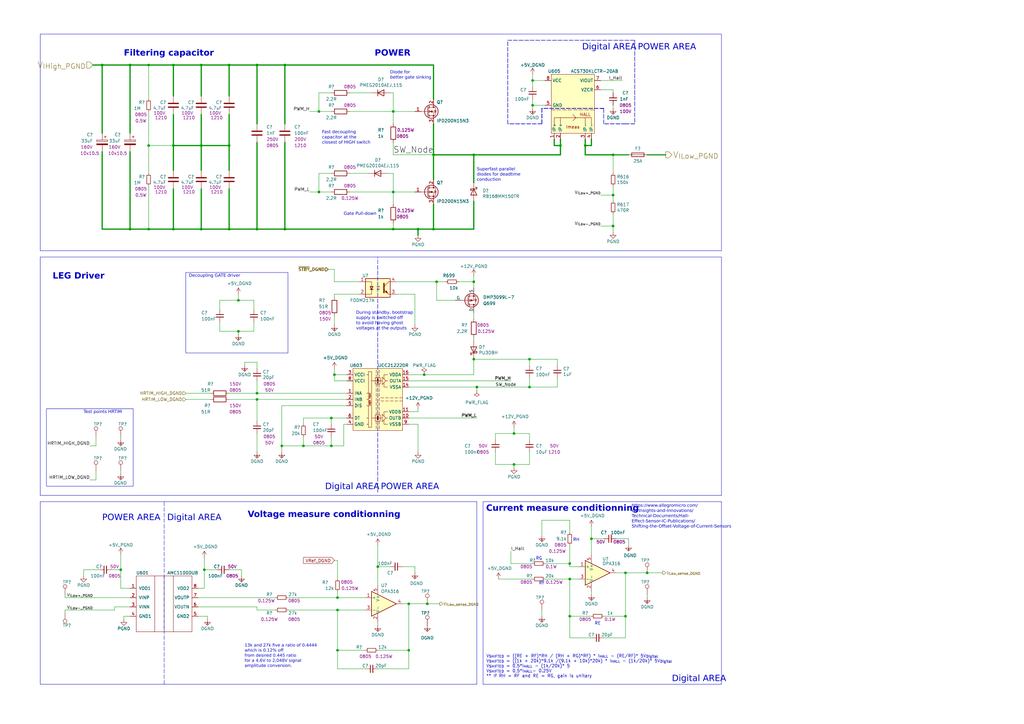
<source format=kicad_sch>
(kicad_sch (version 20230121) (generator eeschema)
  (paper "A3")
  (title_block (title "OWNVERTER V1.0") (comment 1 "TWR"))
  (junction (at 60.96 26.67))
  (junction (at 240.03 59.69))
  (junction (at 71.12 93.98))
  (junction (at 233.68 237.49))
  (junction (at 83.82 233.68))
  (junction (at 210.82 177.8))
  (junction (at 233.68 252.73))
  (junction (at 194.31 147.32))
  (junction (at 97.79 135.89))
  (junction (at 124.46 182.88))
  (junction (at 161.29 45.72))
  (junction (at 60.96 59.69))
  (junction (at 137.16 153.67))
  (junction (at 161.29 78.74))
  (junction (at 195.58 158.75))
  (junction (at 138.43 266.7))
  (junction (at 105.41 26.67))
  (junction (at 49.53 233.68))
  (junction (at 82.55 26.67))
  (junction (at 256.54 234.95))
  (junction (at 177.8 93.98))
  (junction (at 217.17 147.32))
  (junction (at 53.34 26.67))
  (junction (at 82.55 93.98))
  (junction (at 233.68 231.14))
  (junction (at 60.96 93.98))
  (junction (at 265.43 234.95))
  (junction (at 173.99 153.67))
  (junction (at 105.41 161.29))
  (junction (at 218.44 43.18))
  (junction (at 194.31 63.5))
  (junction (at 161.29 93.98))
  (junction (at 154.94 232.41))
  (junction (at 229.87 59.69))
  (junction (at 130.81 78.74))
  (junction (at 251.46 92.71))
  (junction (at 105.41 163.83))
  (junction (at 71.12 26.67))
  (junction (at 135.89 171.45))
  (junction (at 116.84 93.98))
  (junction (at 210.82 190.5))
  (junction (at 171.45 93.98))
  (junction (at 138.43 250.19))
  (junction (at 93.98 93.98))
  (junction (at 135.89 182.88))
  (junction (at 41.91 26.67))
  (junction (at 116.84 26.67))
  (junction (at 242.57 220.98))
  (junction (at 130.81 45.72))
  (junction (at 167.64 247.65))
  (junction (at 93.98 59.69))
  (junction (at 218.44 33.02))
  (junction (at 217.17 158.75))
  (junction (at 105.41 93.98))
  (junction (at 97.79 123.19))
  (junction (at 179.07 115.57))
  (junction (at 175.26 247.65))
  (junction (at 251.46 80.01))
  (junction (at 138.43 245.11))
  (junction (at 71.12 59.69))
  (junction (at 167.64 266.7))
  (junction (at 82.55 59.69))
  (junction (at 177.8 63.5))
  (junction (at 53.34 93.98))
  (junction (at 251.46 63.5))
  (junction (at 194.31 115.57))
  (junction (at 93.98 26.67))
  (junction (at 115.57 182.88))
  (junction (at 256.54 252.73))
  (polyline (pts (xy 67.31 280.67) (xy 67.31 205.74)) (stroke (width 0) (type dash)))
  (wire (pts (xy 71.12 77.47) (xy 71.12 93.98)) (stroke (width 0.5)))
  (wire (pts (xy 167.64 153.67) (xy 173.99 153.67)))
  (wire (pts (xy 194.31 93.98) (xy 177.8 93.98)) (stroke (width 0.5)))
  (wire (pts (xy 82.55 69.85) (xy 82.55 59.69)) (stroke (width 0.5)))
  (wire (pts (xy 210.82 175.26) (xy 210.82 177.8)))
  (wire (pts (xy 82.55 26.67) (xy 82.55 39.37)) (stroke (width 0.5)))
  (wire (pts (xy 252.73 234.95) (xy 256.54 234.95)))
  (wire (pts (xy 161.29 78.74) (xy 161.29 83.82)))
  (wire (pts (xy 105.41 93.98) (xy 116.84 93.98)) (stroke (width 0.5)))
  (wire (pts (xy 53.34 26.67) (xy 60.96 26.67)) (stroke (width 0.5)))
  (wire (pts (xy 256.54 234.95) (xy 256.54 252.73)))
  (wire (pts (xy 105.41 248.92) (xy 105.41 250.19)))
  (wire (pts (xy 39.37 182.88) (xy 36.83 182.88)))
  (wire (pts (xy 247.65 252.73) (xy 256.54 252.73)))
  (wire (pts (xy 50.8 254) (xy 50.8 252.73)))
  (wire (pts (xy 39.37 193.04) (xy 39.37 196.85)))
  (wire (pts (xy 137.16 110.49) (xy 137.16 115.57)))
  (wire (pts (xy 171.45 173.99) (xy 167.64 173.99)))
  (wire (pts (xy 124.46 171.45) (xy 135.89 171.45)))
  (wire (pts (xy 60.96 26.67) (xy 60.96 40.64)))
  (wire (pts (xy 38.1 26.67) (xy 41.91 26.67)) (stroke (width 0.5)))
  (wire (pts (xy 93.98 26.67) (xy 105.41 26.67)) (stroke (width 0.5)))
  (wire (pts (xy 242.57 59.69) (xy 242.57 57.15)) (stroke (width 0.5)))
  (wire (pts (xy 137.16 115.57) (xy 147.32 115.57)))
  (wire (pts (xy 161.29 78.74) (xy 143.51 78.74)))
  (wire (pts (xy 246.38 33.02) (xy 255.27 33.02)))
  (wire (pts (xy 100.33 148.59) (xy 105.41 148.59)))
  (polyline (pts (xy 222.25 50.8) (xy 208.28 50.8)) (stroke (width 0) (type dash)))
  (polyline (pts (xy 222.25 50.8) (xy 208.28 50.8)) (stroke (width 0) (type dash)))
  (polyline (pts (xy 222.25 50.8) (xy 208.28 50.8)) (stroke (width 0) (type dash)))
  (polyline (pts (xy 222.25 50.8) (xy 208.28 50.8)) (stroke (width 0) (type dash)))
  (wire (pts (xy 135.89 171.45) (xy 142.24 171.45)))
  (polyline (pts (xy 247.65 50.8) (xy 247.65 44.45)) (stroke (width 0) (type dash)))
  (polyline (pts (xy 247.65 50.8) (xy 247.65 44.45)) (stroke (width 0) (type dash)))
  (polyline (pts (xy 247.65 50.8) (xy 247.65 44.45)) (stroke (width 0) (type dash)))
  (polyline (pts (xy 247.65 50.8) (xy 247.65 44.45)) (stroke (width 0) (type dash)))
  (wire (pts (xy 105.41 177.8) (xy 105.41 185.42)))
  (wire (pts (xy 194.31 138.43) (xy 194.31 139.7)))
  (wire (pts (xy 105.41 26.67) (xy 116.84 26.67)) (stroke (width 0.5)))
  (wire (pts (xy 137.16 151.13) (xy 137.16 153.67)))
  (wire (pts (xy 228.6 158.75) (xy 228.6 154.94)))
  (wire (pts (xy 251.46 80.01) (xy 251.46 82.55)))
  (wire (pts (xy 167.64 247.65) (xy 167.64 266.7)))
  (wire (pts (xy 41.91 26.67) (xy 53.34 26.67)) (stroke (width 0.5)))
  (wire (pts (xy 71.12 46.99) (xy 71.12 59.69)) (stroke (width 0.5)))
  (wire (pts (xy 265.43 63.5) (xy 273.05 63.5)) (stroke (width 0.45)))
  (wire (pts (xy 60.96 26.67) (xy 71.12 26.67)) (stroke (width 0.5)))
  (wire (pts (xy 218.44 33.02) (xy 223.52 33.02)))
  (wire (pts (xy 46.99 248.92) (xy 46.99 250.19)))
  (wire (pts (xy 49.53 233.68) (xy 49.53 241.3)))
  (wire (pts (xy 130.81 45.72) (xy 135.89 45.72)))
  (wire (pts (xy 194.31 82.55) (xy 194.31 93.98)) (stroke (width 0.5)))
  (wire (pts (xy 143.51 45.72) (xy 161.29 45.72)))
  (wire (pts (xy 171.45 185.42) (xy 171.45 173.99)))
  (wire (pts (xy 83.82 228.6) (xy 83.82 233.68)))
  (wire (pts (xy 233.68 213.36) (xy 233.68 218.44)))
  (wire (pts (xy 81.28 248.92) (xy 105.41 248.92)))
  (wire (pts (xy 105.41 50.8) (xy 105.41 26.67)) (stroke (width 0.5)))
  (wire (pts (xy 118.11 245.11) (xy 138.43 245.11)))
  (wire (pts (xy 160.02 38.1) (xy 161.29 38.1)))
  (wire (pts (xy 93.98 26.67) (xy 93.98 39.37)) (stroke (width 0.5)))
  (wire (pts (xy 116.84 58.42) (xy 116.84 93.98)) (stroke (width 0.5)))
  (wire (pts (xy 97.79 120.65) (xy 97.79 123.19)))
  (wire (pts (xy 167.64 156.21) (xy 209.55 156.21)))
  (wire (pts (xy 41.91 93.98) (xy 53.34 93.98)) (stroke (width 0.5)))
  (wire (pts (xy 118.11 250.19) (xy 138.43 250.19)))
  (wire (pts (xy 93.98 77.47) (xy 93.98 93.98)) (stroke (width 0.5)))
  (wire (pts (xy 218.44 43.18) (xy 218.44 44.45)))
  (wire (pts (xy 60.96 76.2) (xy 60.96 93.98)))
  (wire (pts (xy 82.55 77.47) (xy 82.55 93.98)) (stroke (width 0.5)))
  (wire (pts (xy 233.68 252.73) (xy 233.68 261.62)))
  (wire (pts (xy 97.79 135.89) (xy 97.79 137.16)))
  (wire (pts (xy 82.55 59.69) (xy 71.12 59.69)) (stroke (width 0.5)))
  (wire (pts (xy 39.37 179.07) (xy 39.37 182.88)))
  (wire (pts (xy 218.44 33.02) (xy 218.44 35.56)))
  (wire (pts (xy 171.45 93.98) (xy 171.45 96.52)) (stroke (width 0.5)))
  (wire (pts (xy 130.81 71.12) (xy 135.89 71.12)))
  (wire (pts (xy 115.57 166.37) (xy 115.57 182.88)))
  (wire (pts (xy 124.46 182.88) (xy 135.89 182.88)))
  (wire (pts (xy 217.17 177.8) (xy 210.82 177.8)))
  (wire (pts (xy 41.91 62.23) (xy 41.91 93.98)) (stroke (width 0.5)))
  (wire (pts (xy 161.29 91.44) (xy 161.29 93.98)))
  (wire (pts (xy 161.29 58.42) (xy 161.29 63.5)))
  (wire (pts (xy 116.84 93.98) (xy 161.29 93.98)) (stroke (width 0.5)))
  (wire (pts (xy 97.79 135.89) (xy 104.14 135.89)))
  (wire (pts (xy 204.47 237.49) (xy 218.44 237.49)))
  (wire (pts (xy 76.2 163.83) (xy 86.36 163.83)))
  (wire (pts (xy 26.67 245.11) (xy 53.34 245.11)))
  (wire (pts (xy 162.56 115.57) (xy 179.07 115.57)))
  (polyline (pts (xy 256.54 50.8) (xy 247.65 50.8)) (stroke (width 0) (type dash)))
  (polyline (pts (xy 256.54 50.8) (xy 247.65 50.8)) (stroke (width 0) (type dash)))
  (polyline (pts (xy 256.54 50.8) (xy 247.65 50.8)) (stroke (width 0) (type dash)))
  (polyline (pts (xy 256.54 50.8) (xy 247.65 50.8)) (stroke (width 0) (type dash)))
  (wire (pts (xy 60.96 93.98) (xy 71.12 93.98)) (stroke (width 0.5)))
  (wire (pts (xy 218.44 40.64) (xy 218.44 43.18)))
  (wire (pts (xy 81.28 252.73) (xy 85.09 252.73)))
  (wire (pts (xy 93.98 163.83) (xy 105.41 163.83)))
  (wire (pts (xy 137.16 156.21) (xy 142.24 156.21)))
  (wire (pts (xy 265.43 234.95) (xy 271.78 234.95)))
  (wire (pts (xy 203.2 177.8) (xy 203.2 180.34)))
  (wire (pts (xy 138.43 245.11) (xy 149.86 245.11)))
  (wire (pts (xy 210.82 190.5) (xy 210.82 191.77)))
  (wire (pts (xy 137.16 153.67) (xy 137.16 156.21)))
  (wire (pts (xy 99.06 236.22) (xy 99.06 233.68)))
  (wire (pts (xy 223.52 231.14) (xy 233.68 231.14)))
  (wire (pts (xy 194.31 118.11) (xy 194.31 115.57)))
  (wire (pts (xy 217.17 158.75) (xy 228.6 158.75)))
  (wire (pts (xy 222.25 250.19) (xy 222.25 252.73)))
  (wire (pts (xy 222.25 219.71) (xy 222.25 213.36)))
  (wire (pts (xy 218.44 30.48) (xy 218.44 33.02)))
  (wire (pts (xy 256.54 252.73) (xy 256.54 261.62)))
  (wire (pts (xy 167.64 247.65) (xy 175.26 247.65)))
  (wire (pts (xy 71.12 26.67) (xy 82.55 26.67)) (stroke (width 0.5)))
  (wire (pts (xy 161.29 45.72) (xy 161.29 50.8)))
  (wire (pts (xy 227.33 59.69) (xy 227.33 57.15)) (stroke (width 0.5)))
  (wire (pts (xy 142.24 161.29) (xy 105.41 161.29)))
  (wire (pts (xy 90.17 123.19) (xy 97.79 123.19)))
  (polyline (pts (xy 208.28 50.8) (xy 208.28 16.51)) (stroke (width 0) (type dash)))
  (polyline (pts (xy 208.28 50.8) (xy 208.28 16.51)) (stroke (width 0) (type dash)))
  (polyline (pts (xy 208.28 50.8) (xy 208.28 16.51)) (stroke (width 0) (type dash)))
  (polyline (pts (xy 208.28 50.8) (xy 208.28 16.51)) (stroke (width 0) (type dash)))
  (wire (pts (xy 177.8 63.5) (xy 194.31 63.5)) (stroke (width 0.5)))
  (wire (pts (xy 50.8 252.73) (xy 53.34 252.73)))
  (wire (pts (xy 203.2 177.8) (xy 210.82 177.8)))
  (wire (pts (xy 49.53 193.04) (xy 49.53 194.31)))
  (wire (pts (xy 135.89 173.99) (xy 135.89 171.45)))
  (wire (pts (xy 251.46 36.83) (xy 251.46 38.1)))
  (wire (pts (xy 71.12 59.69) (xy 60.96 59.69)))
  (wire (pts (xy 53.34 62.23) (xy 53.34 93.98)) (stroke (width 0.5)))
  (wire (pts (xy 49.53 179.07) (xy 49.53 180.34)))
  (wire (pts (xy 217.17 149.86) (xy 217.17 147.32)))
  (wire (pts (xy 161.29 45.72) (xy 170.18 45.72)))
  (polyline (pts (xy 208.28 16.51) (xy 260.35 16.51)) (stroke (width 0) (type dash)))
  (polyline (pts (xy 208.28 16.51) (xy 260.35 16.51)) (stroke (width 0) (type dash)))
  (polyline (pts (xy 208.28 16.51) (xy 260.35 16.51)) (stroke (width 0) (type dash)))
  (polyline (pts (xy 208.28 16.51) (xy 260.35 16.51)) (stroke (width 0) (type dash)))
  (wire (pts (xy 149.86 274.32) (xy 138.43 274.32)))
  (wire (pts (xy 251.46 71.12) (xy 251.46 63.5)))
  (wire (pts (xy 105.41 148.59) (xy 105.41 151.13)))
  (wire (pts (xy 233.68 231.14) (xy 233.68 232.41)))
  (wire (pts (xy 177.8 50.8) (xy 177.8 63.5)) (stroke (width 0.5)))
  (polyline (pts (xy 260.35 16.51) (xy 260.35 50.8)) (stroke (width 0) (type dash)))
  (polyline (pts (xy 260.35 16.51) (xy 260.35 50.8)) (stroke (width 0) (type dash)))
  (polyline (pts (xy 260.35 16.51) (xy 260.35 50.8)) (stroke (width 0) (type dash)))
  (polyline (pts (xy 260.35 16.51) (xy 260.35 50.8)) (stroke (width 0) (type dash)))
  (wire (pts (xy 34.29 233.68) (xy 40.64 233.68)))
  (wire (pts (xy 187.96 115.57) (xy 194.31 115.57)))
  (wire (pts (xy 242.57 220.98) (xy 247.65 220.98)))
  (wire (pts (xy 85.09 252.73) (xy 85.09 254)))
  (wire (pts (xy 194.31 147.32) (xy 217.17 147.32)))
  (wire (pts (xy 246.38 80.01) (xy 251.46 80.01)))
  (wire (pts (xy 138.43 250.19) (xy 138.43 266.7)))
  (wire (pts (xy 167.64 158.75) (xy 195.58 158.75)))
  (wire (pts (xy 246.38 36.83) (xy 251.46 36.83)))
  (wire (pts (xy 124.46 179.07) (xy 124.46 182.88)))
  (wire (pts (xy 82.55 26.67) (xy 93.98 26.67)) (stroke (width 0.5)))
  (wire (pts (xy 140.97 173.99) (xy 140.97 182.88)))
  (wire (pts (xy 135.89 182.88) (xy 140.97 182.88)))
  (wire (pts (xy 130.81 71.12) (xy 130.81 78.74)))
  (wire (pts (xy 242.57 242.57) (xy 242.57 243.84)))
  (wire (pts (xy 167.64 247.65) (xy 165.1 247.65)))
  (wire (pts (xy 81.28 241.3) (xy 83.82 241.3)))
  (wire (pts (xy 161.29 93.98) (xy 171.45 93.98)) (stroke (width 0.5)))
  (wire (pts (xy 242.57 215.9) (xy 242.57 220.98)))
  (wire (pts (xy 81.28 245.11) (xy 113.03 245.11)))
  (wire (pts (xy 115.57 182.88) (xy 124.46 182.88)))
  (wire (pts (xy 251.46 76.2) (xy 251.46 80.01)))
  (wire (pts (xy 53.34 248.92) (xy 46.99 248.92)))
  (wire (pts (xy 257.81 220.98) (xy 252.73 220.98)))
  (wire (pts (xy 247.65 261.62) (xy 256.54 261.62)))
  (wire (pts (xy 104.14 132.08) (xy 104.14 135.89)))
  (wire (pts (xy 203.2 190.5) (xy 210.82 190.5)))
  (polyline (pts (xy 247.65 44.45) (xy 222.25 44.45)) (stroke (width 0) (type dash)))
  (polyline (pts (xy 247.65 44.45) (xy 222.25 44.45)) (stroke (width 0) (type dash)))
  (polyline (pts (xy 247.65 44.45) (xy 222.25 44.45)) (stroke (width 0) (type dash)))
  (polyline (pts (xy 247.65 44.45) (xy 222.25 44.45)) (stroke (width 0) (type dash)))
  (wire (pts (xy 134.62 110.49) (xy 137.16 110.49)))
  (wire (pts (xy 130.81 38.1) (xy 135.89 38.1)))
  (wire (pts (xy 251.46 63.5) (xy 257.81 63.5)) (stroke (width 0.45)))
  (wire (pts (xy 154.94 266.7) (xy 167.64 266.7)))
  (wire (pts (xy 105.41 163.83) (xy 105.41 172.72)))
  (wire (pts (xy 162.56 120.65) (xy 170.18 120.65)))
  (wire (pts (xy 171.45 167.64) (xy 171.45 168.91)))
  (wire (pts (xy 88.9 233.68) (xy 83.82 233.68)))
  (polyline (pts (xy 154.94 201.93) (xy 154.94 105.41)) (stroke (width 0) (type dash)))
  (polyline (pts (xy 154.94 201.93) (xy 154.94 109.22)) (stroke (width 0) (type dash)))
  (wire (pts (xy 170.18 232.41) (xy 165.1 232.41)))
  (wire (pts (xy 116.84 26.67) (xy 116.84 50.8)) (stroke (width 0.5)))
  (wire (pts (xy 251.46 92.71) (xy 251.46 95.25)))
  (wire (pts (xy 127 45.72) (xy 130.81 45.72)))
  (wire (pts (xy 195.58 158.75) (xy 217.17 158.75)))
  (wire (pts (xy 93.98 46.99) (xy 93.98 59.69)) (stroke (width 0.5)))
  (wire (pts (xy 152.4 38.1) (xy 143.51 38.1)))
  (wire (pts (xy 251.46 43.18) (xy 251.46 44.45)))
  (wire (pts (xy 209.55 226.06) (xy 209.55 231.14)))
  (wire (pts (xy 49.53 227.33) (xy 49.53 233.68)))
  (wire (pts (xy 116.84 26.67) (xy 177.8 26.67)) (stroke (width 0.5)))
  (wire (pts (xy 218.44 43.18) (xy 223.52 43.18)))
  (wire (pts (xy 154.94 255.27) (xy 154.94 256.54)))
  (wire (pts (xy 82.55 59.69) (xy 82.55 46.99)) (stroke (width 0.5)))
  (wire (pts (xy 242.57 252.73) (xy 233.68 252.73)))
  (wire (pts (xy 228.6 147.32) (xy 228.6 149.86)))
  (wire (pts (xy 137.16 153.67) (xy 142.24 153.67)))
  (wire (pts (xy 137.16 120.65) (xy 137.16 121.92)))
  (wire (pts (xy 177.8 83.82) (xy 177.8 93.98)) (stroke (width 0.5)))
  (wire (pts (xy 135.89 78.74) (xy 130.81 78.74)))
  (wire (pts (xy 90.17 135.89) (xy 97.79 135.89)))
  (wire (pts (xy 104.14 123.19) (xy 104.14 127)))
  (wire (pts (xy 194.31 128.27) (xy 194.31 130.81)))
  (wire (pts (xy 210.82 190.5) (xy 217.17 190.5)))
  (wire (pts (xy 170.18 120.65) (xy 170.18 133.35)))
  (wire (pts (xy 90.17 123.19) (xy 90.17 127)))
  (wire (pts (xy 104.14 123.19) (xy 97.79 123.19)))
  (wire (pts (xy 256.54 234.95) (xy 265.43 234.95)))
  (wire (pts (xy 161.29 38.1) (xy 161.29 45.72)))
  (wire (pts (xy 237.49 232.41) (xy 233.68 232.41)))
  (wire (pts (xy 90.17 132.08) (xy 90.17 135.89)))
  (wire (pts (xy 26.67 250.19) (xy 46.99 250.19)))
  (wire (pts (xy 71.12 59.69) (xy 71.12 69.85)) (stroke (width 0.5)))
  (polyline (pts (xy 247.65 44.45) (xy 246.38 44.45)) (stroke (width 0) (type dash)))
  (polyline (pts (xy 247.65 44.45) (xy 246.38 44.45)) (stroke (width 0) (type dash)))
  (polyline (pts (xy 247.65 44.45) (xy 246.38 44.45)) (stroke (width 0) (type dash)))
  (polyline (pts (xy 247.65 44.45) (xy 246.38 44.45)) (stroke (width 0) (type dash)))
  (wire (pts (xy 217.17 177.8) (xy 217.17 180.34)))
  (wire (pts (xy 217.17 185.42) (xy 217.17 190.5)))
  (wire (pts (xy 71.12 93.98) (xy 82.55 93.98)) (stroke (width 0.5)))
  (wire (pts (xy 83.82 233.68) (xy 83.82 241.3)))
  (wire (pts (xy 167.64 266.7) (xy 167.64 274.32)))
  (wire (pts (xy 233.68 223.52) (xy 233.68 231.14)))
  (wire (pts (xy 240.03 59.69) (xy 242.57 59.69)) (stroke (width 0.5)))
  (wire (pts (xy 217.17 147.32) (xy 228.6 147.32)))
  (wire (pts (xy 240.03 63.5) (xy 251.46 63.5)) (stroke (width 0.5)))
  (wire (pts (xy 177.8 26.67) (xy 177.8 40.64)) (stroke (width 0.5)))
  (wire (pts (xy 175.26 247.65) (xy 180.34 247.65)))
  (wire (pts (xy 115.57 182.88) (xy 115.57 185.42)))
  (wire (pts (xy 26.67 251.46) (xy 26.67 250.19)))
  (wire (pts (xy 143.51 71.12) (xy 151.13 71.12)))
  (wire (pts (xy 53.34 26.67) (xy 53.34 54.61)) (stroke (width 0.5)))
  (wire (pts (xy 154.94 274.32) (xy 167.64 274.32)))
  (wire (pts (xy 242.57 261.62) (xy 233.68 261.62)))
  (wire (pts (xy 229.87 59.69) (xy 227.33 59.69)) (stroke (width 0.5)))
  (wire (pts (xy 71.12 26.67) (xy 71.12 39.37)) (stroke (width 0.5)))
  (wire (pts (xy 179.07 115.57) (xy 182.88 115.57)))
  (wire (pts (xy 135.89 179.07) (xy 135.89 182.88)))
  (wire (pts (xy 49.53 241.3) (xy 53.34 241.3)))
  (wire (pts (xy 257.81 223.52) (xy 257.81 220.98)))
  (wire (pts (xy 41.91 26.67) (xy 41.91 54.61)) (stroke (width 0.5)))
  (wire (pts (xy 154.94 223.52) (xy 154.94 232.41)))
  (wire (pts (xy 105.41 250.19) (xy 113.03 250.19)))
  (wire (pts (xy 39.37 196.85) (xy 36.83 196.85)))
  (wire (pts (xy 130.81 38.1) (xy 130.81 45.72)))
  (wire (pts (xy 251.46 87.63) (xy 251.46 92.71)))
  (wire (pts (xy 60.96 45.72) (xy 60.96 59.69)))
  (wire (pts (xy 194.31 115.57) (xy 194.31 113.03)))
  (wire (pts (xy 233.68 237.49) (xy 237.49 237.49)))
  (wire (pts (xy 127 78.74) (xy 130.81 78.74)))
  (wire (pts (xy 240.03 59.69) (xy 240.03 63.5)) (stroke (width 0.5)))
  (wire (pts (xy 229.87 59.69) (xy 229.87 63.5)) (stroke (width 0.5)))
  (wire (pts (xy 240.03 57.15) (xy 240.03 59.69)) (stroke (width 0.5)))
  (wire (pts (xy 170.18 234.95) (xy 170.18 232.41)))
  (wire (pts (xy 203.2 185.42) (xy 203.2 190.5)))
  (wire (pts (xy 229.87 57.15) (xy 229.87 59.69)) (stroke (width 0.5)))
  (wire (pts (xy 161.29 63.5) (xy 177.8 63.5)))
  (wire (pts (xy 142.24 166.37) (xy 115.57 166.37)))
  (wire (pts (xy 105.41 163.83) (xy 142.24 163.83)))
  (wire (pts (xy 171.45 168.91) (xy 167.64 168.91)))
  (wire (pts (xy 137.16 133.35) (xy 137.16 129.54)))
  (wire (pts (xy 45.72 233.68) (xy 49.53 233.68)))
  (wire (pts (xy 195.58 158.75) (xy 195.58 160.02)))
  (wire (pts (xy 99.06 233.68) (xy 93.98 233.68)))
  (wire (pts (xy 138.43 266.7) (xy 138.43 274.32)))
  (wire (pts (xy 93.98 59.69) (xy 93.98 69.85)) (stroke (width 0.5)))
  (wire (pts (xy 26.67 245.11) (xy 26.67 243.84)))
  (wire (pts (xy 177.8 63.5) (xy 177.8 73.66)) (stroke (width 0.5)))
  (wire (pts (xy 105.41 161.29) (xy 93.98 161.29)))
  (wire (pts (xy 265.43 245.11) (xy 265.43 243.84)))
  (wire (pts (xy 76.2 161.29) (xy 86.36 161.29)))
  (wire (pts (xy 60.96 59.69) (xy 60.96 71.12)))
  (wire (pts (xy 34.29 236.22) (xy 34.29 233.68)))
  (wire (pts (xy 209.55 231.14) (xy 218.44 231.14)))
  (wire (pts (xy 142.24 173.99) (xy 140.97 173.99)))
  (wire (pts (xy 154.94 232.41) (xy 154.94 240.03)))
  (wire (pts (xy 138.43 229.87) (xy 138.43 237.49)))
  (wire (pts (xy 242.57 220.98) (xy 242.57 227.33)))
  (wire (pts (xy 222.25 213.36) (xy 233.68 213.36)))
  (wire (pts (xy 138.43 242.57) (xy 138.43 245.11)))
  (wire (pts (xy 233.68 237.49) (xy 233.68 252.73)))
  (wire (pts (xy 105.41 58.42) (xy 105.41 93.98)) (stroke (width 0.5)))
  (wire (pts (xy 173.99 153.67) (xy 194.31 153.67)))
  (wire (pts (xy 167.64 171.45) (xy 195.58 171.45)))
  (wire (pts (xy 124.46 171.45) (xy 124.46 173.99)))
  (wire (pts (xy 158.75 71.12) (xy 161.29 71.12)))
  (wire (pts (xy 161.29 78.74) (xy 170.18 78.74)))
  (wire (pts (xy 82.55 93.98) (xy 93.98 93.98)) (stroke (width 0.5)))
  (wire (pts (xy 53.34 93.98) (xy 60.96 93.98)) (stroke (width 0.5)))
  (wire (pts (xy 161.29 71.12) (xy 161.29 78.74)))
  (wire (pts (xy 138.43 229.87) (xy 137.16 229.87)))
  (wire (pts (xy 138.43 266.7) (xy 149.86 266.7)))
  (wire (pts (xy 179.07 123.19) (xy 186.69 123.19)))
  (wire (pts (xy 171.45 93.98) (xy 177.8 93.98)) (stroke (width 0.5)))
  (wire (pts (xy 138.43 250.19) (xy 149.86 250.19)))
  (wire (pts (xy 194.31 63.5) (xy 229.87 63.5)) (stroke (width 0.5)))
  (wire (pts (xy 194.31 63.5) (xy 194.31 74.93)) (stroke (width 0.5)))
  (wire (pts (xy 194.31 147.32) (xy 194.31 153.67)))
  (wire (pts (xy 93.98 93.98) (xy 105.41 93.98)) (stroke (width 0.5)))
  (wire (pts (xy 137.16 120.65) (xy 147.32 120.65)))
  (wire (pts (xy 100.33 149.86) (xy 100.33 148.59)))
  (wire (pts (xy 217.17 154.94) (xy 217.17 158.75)))
  (wire (pts (xy 154.94 232.41) (xy 160.02 232.41)))
  (polyline (pts (xy 222.25 44.45) (xy 222.25 50.8)) (stroke (width 0) (type dash)))
  (polyline (pts (xy 222.25 44.45) (xy 222.25 50.8)) (stroke (width 0) (type dash)))
  (polyline (pts (xy 222.25 44.45) (xy 222.25 50.8)) (stroke (width 0) (type dash)))
  (polyline (pts (xy 222.25 44.45) (xy 222.25 50.8)) (stroke (width 0) (type dash)))
  (wire (pts (xy 223.52 237.49) (xy 233.68 237.49)))
  (wire (pts (xy 246.38 92.71) (xy 251.46 92.71)))
  (wire (pts (xy 93.98 59.69) (xy 82.55 59.69)) (stroke (width 0.5)))
  (wire (pts (xy 105.41 161.29) (xy 105.41 156.21)))
  (wire (pts (xy 179.07 115.57) (xy 179.07 123.19)))
  (polyline (pts (xy 260.35 50.8) (xy 256.54 50.8)) (stroke (width 0) (type dash)))
  (polyline (pts (xy 260.35 50.8) (xy 256.54 50.8)) (stroke (width 0) (type dash)))
  (polyline (pts (xy 260.35 50.8) (xy 256.54 50.8)) (stroke (width 0) (type dash)))
  (polyline (pts (xy 260.35 50.8) (xy 256.54 50.8)) (stroke (width 0) (type dash)))
  (rectangle (start 19.05 167.64) (end 54.61 199.39))
  (rectangle (start 16.51 105.41) (end 295.91 203.2))
  (rectangle (start 76.2 111.76) (end 118.11 144.78))
  (rectangle (start 198.12 205.74) (end 295.91 280.67))
  (rectangle (start 16.51 205.74) (end 195.58 280.67))
  (rectangle (start 16.51 13.97) (end 295.91 102.87))
  (text "RH" (at 234.95 222.25 0) (effects (font (size 1.27 1.27)) (justify left bottom)))
  (text "Filtering capacitor" (at 50.8 24.13 0) (effects (font (size 2.54 2.54) (thickness 0.508) bold) (justify left bottom)))
  (text "https://www.allegromicro.com/\nen/Insights-and-Innovations/\nTechnical-Documents/Hall-\nEffect-Sensor-IC-Publications/\nShifting-the-Offset-Voltage-of-Current-Sensors" (at 259.08 217.17 0) (effects (font (size 1.27 1.27)) (justify left bottom)))
  (text "LEG Driver" (at 21.59 115.57 0) (effects (font (size 2.54 2.54) (thickness 0.508) bold) (justify left bottom)))
  (text "Digital AREA\n" (at 275.59 280.67 0) (effects (font (size 2.54 2.54)) (justify left bottom)))
  (text "POWER AREA\n" (at 156.21 201.93 0) (effects (font (size 2.54 2.54)) (justify left bottom)))
  (text "RE" (at 243.84 256.54 0) (effects (font (size 1.27 1.27)) (justify left bottom)))
  (text "Diode for\nbetter gate sinking\n" (at 160.02 33.02 0) (effects (font (size 1.27 1.27)) (justify left bottom)))
  (text "Test points HRTIM\n" (at 34.29 170.18 0) (effects (font (size 1.27 1.27)) (justify left bottom)))
  (text "POWER" (at 153.67 24.13 0) (effects (font (size 2.54 2.54) (thickness 0.508) bold) (justify left bottom)))
  (text "Current measure conditionning\n" (at 199.39 210.82 0) (effects (font (size 2.54 2.54) (thickness 0.508) bold) (justify left bottom)))
  (text "Voltage measure conditionning\n" (at 101.6 213.36 0) (effects (font (size 2.54 2.54) (thickness 0.508) bold) (justify left bottom)))
  (text "Digital AREA\n" (at 68.58 214.63 0) (effects (font (size 2.54 2.54)) (justify left bottom)))
  (text "Digital AREA\n" (at 133.35 201.93 0) (effects (font (size 2.54 2.54)) (justify left bottom)))
  (text "During standby, bootstrap \nsupply is switched off \nto avoid having ghost\nvoltages at the outputs" (at 146.05 135.89 0) (effects (font (size 1.27 1.27)) (justify left bottom)))
  (text "13k and 27k five a ratio of 0.4444\nwhich is 0.12% off\nfrom desired 0.445 ratio \nfor a 4,6V to 2,048V signal \namplitude conversion. " (at 100.33 274.32 0) (effects (font (size 1.2446 1.2446)) (justify left bottom)))
  (text "POWER AREA\n" (at 41.91 214.63 0) (effects (font (size 2.54 2.54)) (justify left bottom)))
  (text "Gate Pull-down" (at 140.97 88.9 0) (effects (font (size 1.27 1.27)) (justify left bottom)))
  (text "V_{SHIFTED} = ((RE + RF)*RH / (RH + RG)*RF) * I_{HALL} - (RE/RF)* 5V_{Digital}\nV_{SHIFTED} = ((1k + 20k)*9.1k /(9.1k + 10k)*20k) * I_{HALL} - (1k/20k)* 5V_{Digital}\nV_{SHIFTED} = 0,5*I_{HALL} - (1k/20k)* 5\nV_{SHIFTED} = 0,5*I_{HALL}- 0.25V\n** If RH = RF and RE = RG, gain is unitary\n" (at 199.39 278.13 0) (effects (font (size 1.27 1.27)) (justify left bottom)))
  (text "Digital AREA\n" (at 238.76 21.59 0) (effects (font (size 2.54 2.54)) (justify left bottom)))
  (text "RG" (at 219.71 229.87 0) (effects (font (size 1.27 1.27)) (justify left bottom)))
  (text "RF" (at 220.98 240.03 0) (effects (font (size 1.27 1.27)) (justify left bottom)))
  (text "Superfast parallel\ndiodes for deadtime \nconduction\n" (at 195.58 74.93 0) (effects (font (size 1.27 1.27)) (justify left bottom)))
  (text "POWER AREA\n" (at 261.62 21.59 0) (effects (font (size 2.54 2.54)) (justify left bottom)))
  (text "Decoupling GATE driver" (at 77.47 114.3 0) (effects (font (size 1.27 1.27)) (justify left bottom)))
  (text "Fast decoupling \ncapacitor at the\nclosest of HIGH switch" (at 132.08 59.69 0) (effects (font (size 1.27 1.27)) (justify left bottom)))
  (label "I_Hall" (at 255.27 33.02 180))
  (label "V_{ILow-_PGND}" (at 246.38 92.71 180))
  (label "V_{ILow+_PGND}" (at 38.1 245.11 180))
  (label "PWM_H" (at 127 45.72 180))
  (label "HRTIM_HIGH_DGND" (at 36.83 182.88 180))
  (label "PWM_L" (at 127 78.74 180))
  (label "PWM_L" (at 195.58 171.45 180))
  (label "PWM_L" (at 195.58 171.45 180))
  (label "PWM_H" (at 209.55 156.21 180))
  (label "I_Hall" (at 209.55 226.06 0))
  (label "V_{ILow+_PGND}" (at 246.38 80.01 180))
  (label "PWM_H" (at 209.55 156.21 180))
  (label "V_{ILow-_PGND}" (at 38.1 250.19 180))
  (label "SW_Node" (at 203.2 158.75 0))
  (label "SW_Node" (at 161.29 63.5 0) (effects (font (size 2.4892 2.4892))))
  (label "HRTIM_LOW_DGND" (at 36.83 196.85 180))
  (global_label "VRef_DGND" (shape input) (at 137.16 229.87 180) (property "Intersheetrefs" "${INTERSHEET_REFS}" (effects hide)))
  (hierarchical_label "I_{ILow_sense_DGND}" (shape output) (at 271.78 234.95 0))
  (hierarchical_label "V_{IHigh_PGND}" (shape input) (at 38.1 26.67 180) (effects (font (size 2.54 2.54))))
  (hierarchical_label "~{STBY}_DGND" (shape input) (at 134.62 110.49 180))
  (hierarchical_label "V_{ILow_PGND}" (shape output) (at 273.05 63.5 0) (effects (font (size 2.54 2.54))))
  (hierarchical_label "V_{ILow_sense_DGND}" (shape output) (at 180.34 247.65 0))
  (hierarchical_label "~{STBY}_DGND" (shape input) (at 134.62 110.49 180))
  (hierarchical_label "~{STBY}_DGND" (shape input) (at 134.62 110.49 180))
  (hierarchical_label "HRTIM_HIGH_DGND" (shape input) (at 76.2 161.29 180))
  (hierarchical_label "~{STBY}_DGND" (shape input) (at 134.62 110.49 180))
  (hierarchical_label "HRTIM_LOW_DGND" (shape input) (at 76.2 163.83 180))
  (symbol (lib_id "Connector:TestPoint") (at 26.67 243.84 0) (mirror y) (unit 1) (in_bom no) (on_board no)
    (property "Reference" "TP?" (at 29.21 238.76 0) (effects (justify left)))
    (property "Value" "TestPoint" (effects hide))
    (property "Footprint" "Footprints:TestPoint_THTPad_D1.5mm_Drill0.7mm" (effects hide))
    (property "DNP" "x" (effects hide))
  )
  (symbol (lib_id "power:PWR_FLAG") (at 173.99 153.67 0) (unit 1)
    (property "Reference" "#FLG0601" (effects hide))
    (property "Value" "PWR_FLAG" (at 173.99 149.86 0))
    (instances (project "ownverter" (path "" (reference "#FLG0601") (unit 1)) (path "" (reference "#FLG0701") (unit 1)) (path "" (reference "#FLG0801") (unit 1))))
  )
  (symbol (lib_id "Device:C_Polarized") (at 53.34 58.42 0) (mirror y) (unit 1)
    (property "Reference" "C?" (at 49.53 55.245 0) (effects (justify left)))
    (property "Value" "33uF" (at 49.53 57.785 0) (effects (justify left)))
    (property "Footprint" "Capacitor_SMD:CP_Elec_10x10.5" (effects hide))
    (property "Voltage" "160V" (at 46.99 60.325 0))
    (property "manf#" "ULT2C330MNL1GS" (effects hide))
    (property "Package" "10x10.5" (at 48.26 62.865 0))
    (instances (project "ownverter" (path "" (reference "C?") (unit 1)) (path "" (reference "C206") (unit 1)) (path "" (reference "C621") (unit 1)) (path "" (reference "C721") (unit 1)) (path "" (reference "C821") (unit 1))))
  )
  (symbol (lib_id "Device:R_Small") (at 152.4 266.7 90) (unit 1)
    (property "Reference" "R?" (at 148.59 265.43 90) (effects (justify left)))
    (property "Value" "12k" (at 158.75 265.43 90) (effects (justify left)))
    (property "Footprint" "Footprints:R_0805_2012Metric" (effects hide))
    (property "manf#" "CR0805-FX-1202ELF" (effects hide))
    (property "DNP" "x" (effects hide))
    (property "Power" "0.125W" (at 157.48 269.24 90))
    (property "Package" "0805" (at 149.86 269.24 90))
  )
  (symbol (lib_id "Symbols:DGND") (at 85.09 254 0) (unit 1)
    (property "Reference" "#PWR?" (effects hide))
    (property "Value" "DGND" (at 85.09 257.81 0))
  )
  (symbol (lib_id "Device:C_Small") (at 135.89 176.53 0) (unit 1)
    (property "Reference" "C?" (at 128.27 173.99 0) (effects (justify left)))
    (property "Value" "100nF" (at 128.27 176.53 0) (effects (justify left)))
    (property "Footprint" "Footprints:C_0805_2012Metric" (effects hide))
    (property "DNP" "x" (effects hide))
    (property "Package" "0805" (at 130.81 181.61 0))
    (property "Voltage" "50V" (at 130.81 179.07 0))
    (property "manf#" "C0805C104K5RACTU" (effects hide))
  )
  (symbol (lib_id "Symbols:PGND") (at 170.18 133.35 0) (unit 1)
    (property "Reference" "#PWR?" (effects hide))
    (property "Value" "PGND" (at 170.18 137.16 0))
  )
  (symbol (lib_id "Device:C_Small") (at 105.41 175.26 0) (unit 1)
    (property "Reference" "C?" (at 107.7468 174.0916 0) (effects (justify left)))
    (property "Value" "20pF" (at 107.7468 176.403 0) (effects (justify left)))
    (property "Footprint" "Footprints:C_0805_2012Metric" (effects hide))
    (property "Datasheet" "https://www.mouser.fr/datasheet/2/447/UPY_NP0X5R_01005_4V_to_25V_V10-3003057.pdf" (effects hide))
    (property "manf#" "CC0805JRNPO9BN200" (effects hide))
    (property "DNP" "x" (effects hide))
    (property "Package" "0805" (at 110.49 179.07 0))
    (property "Voltage" "50V" (at 110.49 181.61 0))
  )
  (symbol (lib_id "Device:R") (at 139.7 71.12 90) (unit 1)
    (property "Reference" "R?" (at 135.89 68.58 90))
    (property "Value" "2.2R" (at 135.89 73.66 90))
    (property "Footprint" "Footprints:R_0805_2012Metric" (effects hide))
    (property "manf#" "CR0805AF/-2R20EAS" (effects hide))
    (property "DNP" "x" (effects hide))
    (property "Package" "0805" (at 143.51 68.58 90))
    (property "Power" "0.125W" (effects hide))
  )
  (symbol (lib_id "Device:C_Small") (at 203.2 182.88 0) (unit 1)
    (property "Reference" "C?" (at 190.5 182.88 0) (effects (justify left)))
    (property "Value" "100nF" (at 190.5 185.42 0) (effects (justify left)))
    (property "Footprint" "Footprints:C_0805_2012Metric" (effects hide))
    (property "manf#" "C0805C104K5RACTU" (effects hide))
    (property "DNP" "x" (effects hide))
    (property "Package" "0805" (at 198.12 185.42 0))
    (property "Voltage" "50V" (at 198.12 182.88 0))
  )
  (symbol (lib_id "Device:R_Small") (at 245.11 252.73 90) (unit 1)
    (property "Reference" "R?" (at 241.3 251.46 90) (effects (justify left)))
    (property "Value" "1k" (at 251.46 251.46 90) (effects (justify left)))
    (property "Footprint" "Footprints:R_0805_2012Metric" (effects hide))
    (property "manf#" "CR0805-FX-1001ELF" (effects hide))
    (property "DNP" "x" (effects hide))
    (property "Package" "0805" (at 240.03 254 90))
    (property "Power" "0.1W" (at 250.19 254 90))
  )
  (symbol (lib_id "Isolator:SFH617A-2X009T") (at 154.94 118.11 0) (unit 1)
    (property "Reference" "U?" (at 149.86 113.03 0))
    (property "Value" "FODM217A" (at 148.59 123.19 0))
    (property "Footprint" "Package_SO:SO-4_4.4x2.3mm_P1.27mm" (effects hide))
    (property "Datasheet" "https://www.onsemi.com/download/data-sheet/pdf/fodm214-d.pdf" (effects hide))
    (property "DNP" "x" (effects hide))
    (property "manf#" "FODM217A" (effects hide))
  )
  (symbol (lib_id "Device:C_Small") (at 43.18 233.68 90) (mirror x) (unit 1)
    (property "Reference" "C?" (at 41.91 232.41 90) (effects (justify left)))
    (property "Value" "100nF" (at 43.18 236.22 90) (effects (justify left)))
    (property "Footprint" "Footprints:C_0805_2012Metric" (effects hide))
    (property "manf#" "C0805C104K5RACTU" (effects hide))
    (property "DNP" "x" (effects hide))
    (property "Voltage" "50V" (at 46.99 232.41 90))
    (property "Package" "0805" (at 46.99 236.22 90))
  )
  (symbol (lib_id "Device:R_Small") (at 220.98 231.14 90) (unit 1)
    (property "Reference" "R?" (at 219.71 229.87 90) (effects (justify left)))
    (property "Value" "10k" (at 227.33 229.87 90) (effects (justify left)))
    (property "Footprint" "Footprints:R_0805_2012Metric" (effects hide))
    (property "manf#" "CRT0805-FZ-1002ELF" (effects hide))
    (property "DNP" "x" (effects hide))
    (property "Package" "0805" (at 215.9 232.41 90))
    (property "Power" "0.1W" (at 226.06 232.41 90))
  )
  (symbol (lib_id "Device:C_Polarized") (at 41.91 58.42 0) (mirror y) (unit 1)
    (property "Reference" "C?" (at 38.1 55.245 0) (effects (justify left)))
    (property "Value" "33uF" (at 38.1 57.785 0) (effects (justify left)))
    (property "Footprint" "Capacitor_SMD:CP_Elec_10x10.5" (effects hide))
    (property "Voltage" "160V" (at 35.56 60.325 0))
    (property "manf#" "ULT2C330MNL1GS" (effects hide))
    (property "Package" "10x10.5" (at 36.83 62.865 0))
    (instances (project "ownverter" (path "" (reference "C?") (unit 1)) (path "" (reference "C205") (unit 1)) (path "" (reference "C620") (unit 1)) (path "" (reference "C720") (unit 1)) (path "" (reference "C820") (unit 1))))
  )
  (symbol (lib_id "Connector:TestPoint") (at 175.26 247.65 0) (unit 1) (in_bom no) (on_board no)
    (property "Reference" "TP?" (at 172.72 242.57 0) (effects (justify left)))
    (property "Value" "TestPoint" (effects hide))
    (property "Footprint" "Footprints:TestPoint_THTPad_D1.5mm_Drill0.7mm" (effects hide))
    (property "DNP" "x" (effects hide))
  )
  (symbol (lib_id "Symbols:UCC21222DR") (at 154.94 161.29 0) (unit 1)
    (property "Reference" "U603" (at 146.05 149.86 0))
    (property "Value" "UCC21222DR" (at 161.29 149.86 0))
    (property "Footprint" "Package_SO:SOIC-16_3.9x9.9mm_P1.27mm" (effects hide))
    (property "Datasheet" "http://www.ti.com/lit/ds/symlink/ucc21520.pdf" (effects hide))
    (property "manf#" "UCC21222DR" (effects hide))
    (property "DNP" "x" (effects hide))
    (instances (project "ownverter" (path "" (reference "U603") (unit 1)) (path "" (reference "U?") (unit 1)) (path "" (reference "U703") (unit 1)) (path "" (reference "U803") (unit 1))))
  )
  (symbol (lib_id "Device:R") (at 90.17 161.29 90) (unit 1)
    (property "Reference" "R?" (at 87.63 157.48 90) (effects (justify left)))
    (property "Value" "51R" (at 86.36 160.02 90) (effects (justify left)))
    (property "Footprint" "Footprints:R_0805_2012Metric" (effects hide))
    (property "manf#" "CR0805-FX-51R0ELF " (effects hide))
    (property "DNP" "x" (effects hide))
    (property "Voltage" "150V" (at 96.52 157.48 90))
    (property "Package" "0805" (at 96.52 160.02 90))
  )
  (symbol (lib_id "Symbols:+5V_DGND") (at 242.57 215.9 0) (unit 1) (in_bom no) (on_board no)
    (property "Reference" "#PWR?" (effects hide))
    (property "Value" "+5V_DGND" (at 242.951 211.5058 0))
  )
  (symbol (lib_id "Device:C_Small") (at 245.11 261.62 90) (unit 1)
    (property "Reference" "C?" (at 243.84 260.35 90) (effects (justify left)))
    (property "Value" "20pF" (at 251.46 260.35 90) (effects (justify left)))
    (property "Footprint" "Footprints:C_0805_2012Metric" (effects hide))
    (property "Datasheet" "https://www.mouser.fr/datasheet/2/447/UPY_NP0X5R_01005_4V_to_25V_V10-3003057.pdf" (effects hide))
    (property "manf#" "CC0805JRNPO9BN200" (effects hide))
    (property "Package" "0805" (effects hide))
    (instances (project "ownverter" (path "" (reference "C?") (unit 1)) (path "" (reference "C618") (unit 1)) (path "" (reference "C?") (unit 1)) (path "" (reference "C718") (unit 1)) (path "" (reference "C818") (unit 1))))
  )
  (symbol (lib_id "Connector:TestPoint") (at 175.26 256.54 0) (unit 1) (in_bom no) (on_board no)
    (property "Reference" "TP?" (at 172.72 251.46 0) (effects (justify left)))
    (property "Value" "TestPoint" (effects hide))
    (property "Footprint" "Footprints:TestPoint_THTPad_D1.5mm_Drill0.7mm" (effects hide))
    (property "DNP" "x" (effects hide))
  )
  (symbol (lib_id "Device:C_Small") (at 218.44 38.1 0) (mirror y) (unit 1)
    (property "Reference" "C?" (at 215.9 36.83 0) (effects (justify left)))
    (property "Value" "100nF" (at 217.17 40.64 0) (effects (justify left)))
    (property "Footprint" "Footprints:C_0805_2012Metric" (effects hide))
    (property "manf#" "C0805C104K5RACTU" (effects hide))
    (property "DNP" "x" (effects hide))
    (property "Voltage" "50V" (effects hide))
    (property "Package" "0805" (effects hide))
  )
  (symbol (lib_id "Connector:TestPoint") (at 49.53 179.07 0) (mirror y) (unit 1) (in_bom no) (on_board no)
    (property "Reference" "TP?" (at 52.07 173.99 0) (effects (justify left)))
    (property "Value" "TestPoint" (effects hide))
    (property "Footprint" "TestPoint:TestPoint_Pad_D1.0mm" (effects hide))
    (property "DNP" "x" (effects hide))
  )
  (symbol (lib_name "R_Small_4") (lib_id "Device:R_Small") (at 60.96 73.66 0) (mirror y) (unit 1)
    (property "Reference" "R?" (at 59.4614 72.4916 0) (effects (justify left)))
    (property "Value" "1M" (at 57.785 74.93 0) (effects (justify left)))
    (property "Footprint" "Footprints:R_0805_2012Metric" (effects hide))
    (property "manf#" "CMP0805-FX-1004ELF" (effects hide))
    (property "Package" "0805" (at 57.785 77.47 0))
    (property "Power" "0.5W" (at 57.785 80.01 0))
    (instances (project "ownverter" (path "" (reference "R?") (unit 1)) (path "" (reference "R208") (unit 1)) (path "" (reference "R623") (unit 1)) (path "" (reference "R723") (unit 1)) (path "" (reference "R823") (unit 1))))
  )
  (symbol (lib_id "Connector:TestPoint") (at 26.67 251.46 180) (unit 1) (in_bom no) (on_board no)
    (property "Reference" "TP?" (at 29.21 256.54 0) (effects (justify left)))
    (property "Value" "TestPoint" (effects hide))
    (property "Footprint" "Footprints:TestPoint_THTPad_D1.5mm_Drill0.7mm" (effects hide))
    (property "DNP" "x" (effects hide))
  )
  (symbol (lib_id "Connector:TestPoint") (at 265.43 234.95 0) (unit 1) (in_bom no) (on_board no)
    (property "Reference" "TP?" (at 262.89 229.87 0) (effects (justify left)))
    (property "Value" "TestPoint" (effects hide))
    (property "Footprint" "Footprints:TestPoint_THTPad_D1.5mm_Drill0.7mm" (effects hide))
    (property "DNP" "x" (effects hide))
  )
  (symbol (lib_id "Device:C_Small") (at 152.4 274.32 90) (unit 1)
    (property "Reference" "C?" (at 151.13 273.05 90) (effects (justify left)))
    (property "Value" "20pF" (at 158.75 273.05 90) (effects (justify left)))
    (property "Footprint" "Footprints:C_0805_2012Metric" (effects hide))
    (property "Datasheet" "https://www.mouser.fr/datasheet/2/447/UPY_NP0X5R_01005_4V_to_25V_V10-3003057.pdf" (effects hide))
    (property "manf#" "CC0805JRNPO9BN200" (effects hide))
    (property "Package" "0805" (effects hide))
    (instances (project "ownverter" (path "" (reference "C?") (unit 1)) (path "" (reference "C610") (unit 1)) (path "" (reference "C?") (unit 1)) (path "" (reference "C710") (unit 1)) (path "" (reference "C810") (unit 1))))
  )
  (symbol (lib_id "Symbols:+5V_DGND") (at 97.79 120.65 0) (unit 1) (in_bom no) (on_board no)
    (property "Reference" "#PWR?" (effects hide))
    (property "Value" "+5V_DGND" (at 98.171 116.2558 0))
  )
  (symbol (lib_id "Symbols:DGND") (at 49.53 180.34 0) (mirror y) (unit 1)
    (property "Reference" "#PWR?" (effects hide))
    (property "Value" "DGND" (at 52.07 184.15 0) (effects (justify left)))
  )
  (symbol (lib_id "Device:C_Small") (at 217.17 152.4 0) (unit 1)
    (property "Reference" "C?" (at 219.71 151.13 0) (effects (justify left)))
    (property "Value" "100nF" (at 219.71 153.67 0) (effects (justify left)))
    (property "Footprint" "Footprints:C_0805_2012Metric" (effects hide))
    (property "manf#" "C0805C104K5RACTU" (effects hide))
    (property "DNP" "x" (effects hide))
    (property "Package" "0805" (effects hide))
    (property "Voltage" "50V" (effects hide))
  )
  (symbol (lib_id "Symbols:PGND") (at 34.29 236.22 0) (mirror y) (unit 1)
    (property "Reference" "#PWR?" (effects hide))
    (property "Value" "PGND" (at 34.29 240.03 0))
  )
  (symbol (lib_id "Symbols:+5V_PGND") (at 49.53 227.33 0) (unit 1) (in_bom no) (on_board no)
    (property "Reference" "#PWR0745" (effects hide))
    (property "Value" "+5V_PGND" (at 49.53 223.52 0))
    (instances (project "ownverter" (path "" (reference "#PWR0745") (unit 1)) (path "" (reference "#PWR0645") (unit 1)) (path "" (reference "#PWR0845") (unit 1))))
  )
  (symbol (lib_id "Device:C_Small") (at 228.6 152.4 0) (unit 1)
    (property "Reference" "C?" (at 230.9368 151.2316 0) (effects (justify left)))
    (property "Value" "1uF" (at 230.9368 153.543 0) (effects (justify left)))
    (property "Footprint" "Footprints:C_0805_2012Metric" (effects hide))
    (property "manf#" "UMK212B7105KGHT" (effects hide))
    (property "DNP" "x" (effects hide))
    (property "Voltage" "50V" (effects hide))
    (property "Package" "0805" (effects hide))
  )
  (symbol (lib_id "Device:R") (at 161.29 87.63 180) (unit 1)
    (property "Reference" "R?" (at 154.94 86.36 0) (effects (justify right)))
    (property "Value" "1k" (at 154.94 88.9 0) (effects (justify right)))
    (property "Footprint" "Footprints:R_0805_2012Metric" (effects hide))
    (property "manf#" "RC0805FR-071KP" (effects hide))
    (property "DNP" "x" (effects hide))
    (property "Package" "0805" (at 165.1 88.9 0))
    (property "Power" "0.125W" (at 166.37 86.36 0))
  )
  (symbol (lib_id "Symbols:+12V_PGND") (at 194.31 113.03 0) (unit 1) (in_bom no) (on_board no)
    (property "Reference" "#PWR0542" (effects hide))
    (property "Value" "+12V_PGND" (at 194.31 109.22 0))
    (instances (project "ownverter" (path "" (reference "#PWR0542") (unit 1)) (path "" (reference "#PWR0605") (unit 1)) (path "" (reference "#PWR0705") (unit 1))))
  )
  (symbol (lib_id "Symbols:DGND") (at 175.26 256.54 0) (unit 1)
    (property "Reference" "#PWR?" (effects hide))
    (property "Value" "DGND" (at 175.26 261.62 0))
  )
  (symbol (lib_id "Symbols:DGND") (at 242.57 243.84 0) (unit 1)
    (property "Reference" "#PWR?" (effects hide))
    (property "Value" "DGND" (at 242.57 247.65 0))
  )
  (symbol (lib_id "Device:D_Schottky") (at 194.31 78.74 270) (unit 1)
    (property "Reference" "D?" (at 197.8914 78.2066 90) (effects (justify left)))
    (property "Value" "RB168MM150TR" (at 197.8914 80.518 90) (effects (justify left)))
    (property "Footprint" "Diode_SMD:D_SOD-123" (effects hide))
    (property "manf#" "RB168MM150TR" (effects hide))
    (property "DNP" "x" (effects hide))
  )
  (symbol (lib_id "Device:C_Small") (at 90.17 129.54 0) (unit 1)
    (property "Reference" "C?" (at 82.55 128.27 0) (effects (justify left)))
    (property "Value" "100nF" (at 82.55 130.81 0) (effects (justify left)))
    (property "Footprint" "Footprints:C_0805_2012Metric" (effects hide))
    (property "manf#" "C0805C104K5RACTU" (effects hide))
    (property "DNP" "x" (effects hide))
    (property "Package" "0805" (effects hide))
    (property "Voltage" "50V" (effects hide))
  )
  (symbol (lib_id "Symbols:PGND") (at 210.82 191.77 0) (unit 1)
    (property "Reference" "#PWR?" (effects hide))
    (property "Value" "PGND" (at 210.82 195.58 0))
  )
  (symbol (lib_id "Device:C_Small") (at 104.14 129.54 0) (unit 1)
    (property "Reference" "C?" (at 106.68 128.27 0) (effects (justify left)))
    (property "Value" "100nF" (at 106.68 130.81 0) (effects (justify left)))
    (property "Footprint" "Footprints:C_0805_2012Metric" (effects hide))
    (property "manf#" "C0805C104K5RACTU" (effects hide))
    (property "DNP" "x" (effects hide))
    (property "Package" "0805" (effects hide))
    (property "Voltage" "50V" (effects hide))
  )
  (symbol (lib_id "Transistor_FET:QM6006D") (at 175.26 78.74 0) (unit 1)
    (property "Reference" "Q?" (at 179.07 74.93 0) (effects (justify left)))
    (property "Value" "IPD200N15N3" (at 179.07 82.55 0) (effects (justify left)))
    (property "Footprint" "Package_TO_SOT_SMD:TO-252-2" (effects hide))
    (property "Datasheet" "https://www.infineon.com/dgdl/Infineon-IPD200N15N3%20G-DS-v02_07-EN.pdf?fileId=5546d4624fb7fef2014ff59238932dbf" (effects hide))
    (property "manf#" "IPD200N15N3GATMA1" (effects hide))
    (property "DNP" "x" (effects hide))
  )
  (symbol (lib_id "Symbols:PGND") (at 251.46 95.25 0) (unit 1)
    (property "Reference" "#PWR?" (effects hide))
    (property "Value" "PGND" (at 251.46 99.06 0))
  )
  (symbol (lib_id "Symbols:PGND") (at 50.8 254 0) (unit 1)
    (property "Reference" "#PWR?" (effects hide))
    (property "Value" "PGND" (at 50.8 257.81 0))
  )
  (symbol (lib_id "Symbols:DGND") (at 222.25 252.73 0) (unit 1)
    (property "Reference" "#PWR?" (effects hide))
    (property "Value" "DGND" (at 222.25 256.54 0))
  )
  (symbol (lib_name "C_9") (lib_id "Device:C") (at 82.55 73.66 0) (mirror y) (unit 1)
    (property "Reference" "C?" (at 79.629 72.4916 0) (effects (justify left)))
    (property "Value" "4.7uF" (at 79.629 74.803 0) (effects (justify left)))
    (property "Footprint" "Footprints:C_1210_3225Metric" (effects hide))
    (property "manf#" "12101C475K4T2A" (effects hide))
    (property "Voltage" "100V" (at 76.835 76.835 0))
    (property "Package" "1210" (at 77.47 78.74 0))
    (instances (project "ownverter" (path "" (reference "C?") (unit 1)) (path "" (reference "C214") (unit 1)) (path "" (reference "C625") (unit 1)) (path "" (reference "C725") (unit 1)) (path "" (reference "C825") (unit 1))))
  )
  (symbol (lib_id "Symbols:DGND") (at 170.18 234.95 0) (unit 1)
    (property "Reference" "#PWR?" (effects hide))
    (property "Value" "DGND" (at 170.815 239.268 0))
  )
  (symbol (lib_id "Symbols:+5V_DGND") (at 204.47 237.49 0) (unit 1) (in_bom no) (on_board no)
    (property "Reference" "#PWR?" (effects hide))
    (property "Value" "+5V_DGND" (at 204.851 233.0958 0))
  )
  (symbol (lib_id "Symbols:DGND") (at 49.53 194.31 0) (mirror y) (unit 1)
    (property "Reference" "#PWR?" (effects hide))
    (property "Value" "DGND" (at 52.07 198.12 0) (effects (justify left)))
  )
  (symbol (lib_id "Connector:TestPoint") (at 49.53 193.04 0) (mirror y) (unit 1) (in_bom no) (on_board no)
    (property "Reference" "TP?" (at 52.07 187.96 0) (effects (justify left)))
    (property "Value" "TestPoint" (effects hide))
    (property "Footprint" "TestPoint:TestPoint_Pad_D1.0mm" (effects hide))
    (property "DNP" "x" (effects hide))
  )
  (symbol (lib_id "Symbols:DGND") (at 251.46 44.45 0) (mirror y) (unit 1)
    (property "Reference" "#PWR?" (effects hide))
    (property "Value" "DGND" (at 251.46 48.26 0))
  )
  (symbol (lib_id "Symbols:+5V_DGND") (at 154.94 223.52 0) (unit 1) (in_bom no) (on_board no)
    (property "Reference" "#PWR?" (effects hide))
    (property "Value" "+5V_DGND" (at 155.321 219.1258 0))
  )
  (symbol (lib_id "Device:R") (at 194.31 134.62 180) (unit 1)
    (property "Reference" "R?" (at 191.77 133.35 0) (effects (justify left)))
    (property "Value" "2.2R" (at 191.77 135.89 0) (effects (justify left)))
    (property "Footprint" "Footprints:R_0805_2012Metric" (effects hide))
    (property "manf#" "CR0805AF/-2R20EAS" (effects hide))
    (property "DNP" "x" (effects hide))
    (property "Package" "0805" (at 198.12 133.35 0))
    (property "Power" "0.125W" (at 199.39 135.89 0))
  )
  (symbol (lib_name "C_9") (lib_id "Device:C") (at 93.98 43.18 0) (mirror y) (unit 1)
    (property "Reference" "C?" (at 91.059 42.0116 0) (effects (justify left)))
    (property "Value" "4.7uF" (at 91.059 44.323 0) (effects (justify left)))
    (property "Footprint" "Footprints:C_1210_3225Metric" (effects hide))
    (property "manf#" "12101C475K4T2A" (effects hide))
    (property "Voltage" "100V" (at 88.265 46.355 0))
    (property "Package" "1210" (at 88.9 48.26 0))
    (instances (project "ownverter" (path "" (reference "C?") (unit 1)) (path "" (reference "C215") (unit 1)) (path "" (reference "C626") (unit 1)) (path "" (reference "C726") (unit 1)) (path "" (reference "C826") (unit 1))))
  )
  (symbol (lib_id "Device:C_Small") (at 251.46 40.64 180) (unit 1)
    (property "Reference" "C?" (at 257.81 38.1 0) (effects (justify left)))
    (property "Value" "1nF" (at 257.81 40.64 0) (effects (justify left)))
    (property "Footprint" "Footprints:C_0805_2012Metric" (effects hide))
    (property "Package" "0805" (at 256.54 43.18 0))
    (property "Voltage" "100V" (at 256.54 45.72 0))
    (property "manf#" "CL21C102JCFNNNE" (effects hide))
    (property "DNP" "x" (effects hide))
  )
  (symbol (lib_id "Device:R_Small") (at 115.57 245.11 90) (unit 1)
    (property "Reference" "R?" (at 111.76 243.84 90) (effects (justify left)))
    (property "Value" "27k" (at 121.92 243.84 90) (effects (justify left)))
    (property "Footprint" "Footprints:R_0805_2012Metric" (effects hide))
    (property "manf#" "CR0805-FX-2702ELF" (effects hide))
    (property "DNP" "x" (effects hide))
    (property "Power" "0.125W" (at 109.22 246.38 90))
    (property "Package" "0805" (at 120.65 246.38 90))
  )
  (symbol (lib_id "Device:D") (at 156.21 38.1 0) (unit 1)
    (property "Reference" "D?" (at 156.21 32.6136 0))
    (property "Value" "PMEG2010AEJ,115" (at 156.21 34.925 0))
    (property "Footprint" "Diode_SMD:D_SOD-323_HandSoldering" (effects hide))
    (property "manf#" "PMEG2010AEJ,115" (effects hide))
    (property "DNP" "x" (effects hide))
    (property "Sim.Device" "D" (effects hide))
    (property "Sim.Pins" "1=K 2=A" (effects hide))
  )
  (symbol (lib_id "Symbols:DGND") (at 257.81 223.52 0) (unit 1)
    (property "Reference" "#PWR?" (effects hide))
    (property "Value" "DGND" (at 258.445 227.838 0))
  )
  (symbol (lib_name "C_9") (lib_id "Device:C") (at 71.12 43.18 0) (mirror y) (unit 1)
    (property "Reference" "C?" (at 68.199 42.0116 0) (effects (justify left)))
    (property "Value" "4.7uF" (at 68.199 44.323 0) (effects (justify left)))
    (property "Footprint" "Footprints:C_1210_3225Metric" (effects hide))
    (property "manf#" "12101C475K4T2A" (effects hide))
    (property "Voltage" "100V" (at 65.405 46.355 0))
    (property "Package" "1210" (at 66.04 48.26 0))
    (instances (project "ownverter" (path "" (reference "C?") (unit 1)) (path "" (reference "C211") (unit 1)) (path "" (reference "C622") (unit 1)) (path "" (reference "C722") (unit 1)) (path "" (reference "C822") (unit 1))))
  )
  (symbol (lib_id "Connector:TestPoint") (at 222.25 250.19 0) (unit 1) (in_bom no) (on_board no)
    (property "Reference" "TP?" (at 219.71 245.11 0) (effects (justify left)))
    (property "Value" "TestPoint" (effects hide))
    (property "Footprint" "Footprints:TestPoint_THTPad_D1.5mm_Drill0.7mm" (effects hide))
    (property "DNP" "x" (effects hide))
  )
  (symbol (lib_id "Symbols:DGND") (at 97.79 137.16 0) (unit 1)
    (property "Reference" "#PWR?" (effects hide))
    (property "Value" "DGND" (at 97.79 140.97 0))
  )
  (symbol (lib_id "Device:D") (at 154.94 71.12 0) (unit 1)
    (property "Reference" "D?" (at 154.94 65.6336 0))
    (property "Value" "PMEG2010AEJ,115" (at 154.94 67.945 0))
    (property "Footprint" "Diode_SMD:D_SOD-323_HandSoldering" (effects hide))
    (property "manf#" "PMEG2010AEJ,115" (effects hide))
    (property "DNP" "x" (effects hide))
    (property "Sim.Device" "D" (effects hide))
    (property "Sim.Pins" "1=K 2=A" (effects hide))
  )
  (symbol (lib_name "R_Small_4") (lib_id "Device:R_Small") (at 60.96 43.18 0) (mirror y) (unit 1)
    (property "Reference" "R?" (at 59.4614 42.0116 0) (effects (justify left)))
    (property "Value" "1M" (at 57.785 44.45 0) (effects (justify left)))
    (property "Footprint" "Footprints:R_0805_2012Metric" (effects hide))
    (property "manf#" "CMP0805-FX-1004ELF" (effects hide))
    (property "Package" "0805" (at 57.785 46.99 0))
    (property "Power" "0.5W" (at 57.785 49.53 0))
    (instances (project "ownverter" (path "" (reference "R?") (unit 1)) (path "" (reference "R207") (unit 1)) (path "" (reference "R622") (unit 1)) (path "" (reference "R722") (unit 1)) (path "" (reference "R822") (unit 1))))
  )
  (symbol (lib_name "C_9") (lib_id "Device:C") (at 71.12 73.66 0) (mirror y) (unit 1)
    (property "Reference" "C?" (at 68.199 72.4916 0) (effects (justify left)))
    (property "Value" "4.7uF" (at 68.199 74.803 0) (effects (justify left)))
    (property "Footprint" "Footprints:C_1210_3225Metric" (effects hide))
    (property "manf#" "12101C475K4T2A" (effects hide))
    (property "Voltage" "100V" (at 65.405 76.835 0))
    (property "Package" "1210" (at 66.04 78.74 0))
    (instances (project "ownverter" (path "" (reference "C?") (unit 1)) (path "" (reference "C212") (unit 1)) (path "" (reference "C623") (unit 1)) (path "" (reference "C723") (unit 1)) (path "" (reference "C823") (unit 1))))
  )
  (symbol (lib_id "Symbols:+12V_PGND") (at 210.82 175.26 0) (unit 1) (in_bom no) (on_board no)
    (property "Reference" "#PWR?" (effects hide))
    (property "Value" "+12V_PGND" (at 211.201 170.8658 0))
  )
  (symbol (lib_id "Symbols:+5V_DGND") (at 218.44 30.48 0) (mirror y) (unit 1) (in_bom no) (on_board no)
    (property "Reference" "#PWR?" (effects hide))
    (property "Value" "+5V_DGND" (at 218.44 26.67 0))
  )
  (symbol (lib_id "power:PWR_FLAG") (at 195.58 160.02 180) (unit 1)
    (property "Reference" "#FLG0602" (effects hide))
    (property "Value" "PWR_FLAG" (at 195.58 165.1 0))
    (instances (project "ownverter" (path "" (reference "#FLG0602") (unit 1)) (path "" (reference "#FLG0703") (unit 1)) (path "" (reference "#FLG0803") (unit 1))))
  )
  (symbol (lib_id "Device:R") (at 90.17 163.83 90) (mirror x) (unit 1)
    (property "Reference" "R?" (at 86.36 166.37 90) (effects (justify left)))
    (property "Value" "51R" (at 86.36 168.91 90) (effects (justify left)))
    (property "Footprint" "Footprints:R_0805_2012Metric" (effects hide))
    (property "manf#" "CR0805-FX-51R0ELF " (effects hide))
    (property "DNP" "x" (effects hide))
    (property "Voltage" "150V" (at 96.52 166.37 90))
    (property "Package" "0805" (at 96.52 168.91 90))
  )
  (symbol (lib_id "Connector:TestPoint") (at 39.37 193.04 0) (mirror y) (unit 1) (in_bom no) (on_board no)
    (property "Reference" "TP?" (at 41.91 187.96 0) (effects (justify left)))
    (property "Value" "TestPoint" (effects hide))
    (property "Footprint" "TestPoint:TestPoint_Pad_D1.0mm" (effects hide))
    (property "DNP" "x" (effects hide))
  )
  (symbol (lib_id "Device:R_Small") (at 138.43 240.03 0) (unit 1)
    (property "Reference" "R?" (at 132.08 238.887 0) (effects (justify left)))
    (property "Value" "12k" (at 133.35 241.3 0) (effects (justify left)))
    (property "Footprint" "Footprints:R_0805_2012Metric" (effects hide))
    (property "manf#" "CR0805-FX-1202ELF" (effects hide))
    (property "DNP" "x" (effects hide))
    (property "Power" "0.125W" (at 143.51 241.3 0))
    (property "Package" "0805" (at 142.24 238.76 0))
  )
  (symbol (lib_id "Device:R_Small") (at 251.46 85.09 0) (unit 1)
    (property "Reference" "R617" (at 252.9586 83.9216 0) (effects (justify left)))
    (property "Value" "470R" (at 252.9586 86.233 0) (effects (justify left)))
    (property "Footprint" "Footprints:R_0805_2012Metric" (effects hide))
    (property "manf#" "CR0805-FX-4700ELF" (effects hide))
    (property "DNP" "x" (effects hide))
    (property "Package" "0805" (effects hide))
    (instances (project "ownverter" (path "" (reference "R617") (unit 1)) (path "" (reference "R?") (unit 1)) (path "" (reference "R717") (unit 1)) (path "" (reference "R817") (unit 1))))
  )
  (symbol (lib_id "Symbols:+12V_PGND") (at 171.45 167.64 0) (unit 1) (in_bom no) (on_board no)
    (property "Reference" "#PWR?" (effects hide))
    (property "Value" "+12V_PGND" (at 171.831 163.2458 0))
  )
  (symbol (lib_id "Device:R_Small") (at 220.98 237.49 90) (unit 1)
    (property "Reference" "R?" (at 218.44 236.22 90) (effects (justify left)))
    (property "Value" "20k" (at 227.33 236.22 90) (effects (justify left)))
    (property "Footprint" "Footprints:R_0805_2012Metric" (effects hide))
    (property "manf#" "CR0805-FX-2002ELF" (effects hide))
    (property "DNP" "x" (effects hide))
    (property "Package" "0805" (at 215.9 238.76 90))
    (property "Power" "0.125W" (at 227.33 238.76 90))
  )
  (symbol (lib_name "C_9") (lib_id "Device:C") (at 82.55 43.18 0) (mirror y) (unit 1)
    (property "Reference" "C?" (at 79.629 42.0116 0) (effects (justify left)))
    (property "Value" "4.7uF" (at 79.629 44.323 0) (effects (justify left)))
    (property "Footprint" "Footprints:C_1210_3225Metric" (effects hide))
    (property "manf#" "12101C475K4T2A" (effects hide))
    (property "Voltage" "100V" (at 76.835 46.355 0))
    (property "Package" "1210" (at 77.47 48.26 0))
    (instances (project "ownverter" (path "" (reference "C?") (unit 1)) (path "" (reference "C213") (unit 1)) (path "" (reference "C624") (unit 1)) (path "" (reference "C724") (unit 1)) (path "" (reference "C824") (unit 1))))
  )
  (symbol (lib_name "C_9") (lib_id "Device:C") (at 93.98 73.66 0) (mirror y) (unit 1)
    (property "Reference" "C?" (at 91.059 72.4916 0) (effects (justify left)))
    (property "Value" "4.7uF" (at 91.059 74.803 0) (effects (justify left)))
    (property "Footprint" "Footprints:C_1210_3225Metric" (effects hide))
    (property "manf#" "12101C475K4T2A" (effects hide))
    (property "Voltage" "100V" (at 88.265 76.835 0))
    (property "Package" "1210" (at 88.9 78.74 0))
    (instances (project "ownverter" (path "" (reference "C?") (unit 1)) (path "" (reference "C216") (unit 1)) (path "" (reference "C627") (unit 1)) (path "" (reference "C727") (unit 1)) (path "" (reference "C827") (unit 1))))
  )
  (symbol (lib_id "Device:R_Small") (at 251.46 73.66 0) (unit 1)
    (property "Reference" "R616" (at 252.9586 72.4916 0) (effects (justify left)))
    (property "Value" "150k" (at 252.9586 74.803 0) (effects (justify left)))
    (property "Footprint" "Footprints:R_0805_2012Metric" (effects hide))
    (property "manf#" "CR0805-FX-1503ELF" (effects hide))
    (property "DNP" "x" (effects hide))
    (property "Package" "0805" (effects hide))
    (instances (project "ownverter" (path "" (reference "R616") (unit 1)) (path "" (reference "R?") (unit 1)) (path "" (reference "R716") (unit 1)) (path "" (reference "R816") (unit 1))))
  )
  (symbol (lib_id "Device:R_Small") (at 233.68 220.98 180) (unit 1)
    (property "Reference" "R?" (at 232.41 218.44 0) (effects (justify left)))
    (property "Value" "9.1k" (at 232.41 220.98 0) (effects (justify left)))
    (property "Footprint" "Footprints:R_0805_2012Metric" (effects hide))
    (property "manf#" "CR0805-FX-9101ELF " (effects hide))
    (property "DNP" "x" (effects hide))
    (property "Package" "0805" (at 229.87 223.52 0))
    (property "Power" "0.125W" (at 228.6 226.06 0))
  )
  (symbol (lib_id "Symbols:DGND") (at 115.57 185.42 0) (unit 1)
    (property "Reference" "#PWR?" (effects hide))
    (property "Value" "DGND" (at 115.57 189.23 0))
  )
  (symbol (lib_id "Symbols:PGND") (at 171.45 185.42 0) (unit 1)
    (property "Reference" "#PWR?" (effects hide))
    (property "Value" "PGND" (at 171.45 189.23 0))
  )
  (symbol (lib_id "Connector:TestPoint") (at 265.43 243.84 0) (unit 1) (in_bom no) (on_board no)
    (property "Reference" "TP?" (at 262.89 238.76 0) (effects (justify left)))
    (property "Value" "TestPoint" (effects hide))
    (property "Footprint" "Footprints:TestPoint_THTPad_D1.5mm_Drill0.7mm" (effects hide))
    (property "DNP" "x" (effects hide))
  )
  (symbol (lib_id "Amplifier_Operational:TLV6001DCK") (at 242.57 234.95 0) (unit 1)
    (property "Reference" "U?" (at 247.015 229.235 0) (effects (justify left)))
    (property "Value" "OPA316" (at 247.015 231.14 0) (effects (justify left)))
    (property "Footprint" "Package_TO_SOT_SMD:SOT-353_SC-70-5_Handsoldering" (effects hide))
    (property "Datasheet" "https://www.ti.com/lit/ds/symlink/opa316.pdf?ts=1683791438609&ref_url=https%253A%252F%252Fwww.google.com%252F" (effects hide))
    (property "manf#" "OPA316IDCKT" (effects hide))
    (property "DNP" "x" (effects hide))
  )
  (symbol (lib_id "Device:R_Small") (at 124.46 176.53 180) (unit 1)
    (property "Reference" "R?" (at 123.19 175.26 0) (effects (justify left)))
    (property "Value" "20k" (at 123.19 177.8 0) (effects (justify left)))
    (property "Footprint" "Footprints:R_0805_2012Metric" (effects hide))
    (property "manf#" "CR0805-FX-2002ELF" (effects hide))
    (property "DNP" "x" (effects hide))
    (property "Package" "0805" (effects hide))
    (property "Power" "0.125W" (effects hide))
  )
  (symbol (lib_id "Device:Fuse") (at 261.62 63.5 90) (unit 1)
    (property "Reference" "F?" (at 261.62 60.96 90))
    (property "Value" "25A" (at 261.62 66.04 90))
    (property "Footprint" "Footprints:F_0678H_Bel" (effects hide))
    (property "Datasheet" "https://www.belfuse.com/resources/datasheets/circuitprotection/ds-cp-0678h-series.pdf" (effects hide))
    (property "manf#" "0678H9250-02" (effects hide))
    (instances (project "ownverter" (path "" (reference "F?") (unit 1)) (path "" (reference "F601") (unit 1)) (path "" (reference "F701") (unit 1)) (path "" (reference "F801") (unit 1))))
  )
  (symbol (lib_id "Device:C_Small") (at 91.44 233.68 90) (mirror x) (unit 1)
    (property "Reference" "C?" (at 90.17 232.41 90) (effects (justify left)))
    (property "Value" "100nF" (at 91.44 236.22 90) (effects (justify left)))
    (property "Footprint" "Footprints:C_0805_2012Metric" (effects hide))
    (property "manf#" "C0805C104K5RACTU" (effects hide))
    (property "DNP" "x" (effects hide))
    (property "Voltage" "50V" (at 95.25 232.41 90))
    (property "Package" "0805" (at 95.25 236.22 90))
  )
  (symbol (lib_id "Symbols:ACS730KLCTR-20AB") (at 234.95 45.72 0) (unit 1)
    (property "Reference" "U605" (at 227.33 29.21 0))
    (property "Value" "ACS730KLCTR-20AB" (at 243.84 29.21 0))
    (property "Footprint" "Package_SO:SOIC-8_3.9x4.9mm_P1.27mm" (effects hide))
    (property "Datasheet" "http://www.allegromicro.com/~/media/Files/Datasheets/ACS730-Datasheet.ashx?la=en" (effects hide))
    (property "manf#" "ACS730KLCTR-20AB" (effects hide))
    (instances (project "ownverter" (path "" (reference "U605") (unit 1)) (path "" (reference "U?") (unit 1)) (path "" (reference "U705") (unit 1)) (path "" (reference "U805") (unit 1))))
  )
  (symbol (lib_id "Simulation_SPICE:PMOS") (at 191.77 123.19 0) (mirror x) (unit 1)
    (property "Reference" "Q699" (at 198.12 124.46 0) (effects (justify left)))
    (property "Value" "DMP3099L-7" (at 198.12 121.92 0) (effects (justify left)))
    (property "Footprint" "Footprints:SOT-23" (effects hide))
    (property "Datasheet" "https://www.diodes.com/assets/Datasheets/DMP3099L.pdf" (effects hide))
    (property "manf#" "DMP3099L-7" (effects hide))
    (property "Functional Block" "Power" (effects hide))
    (property "Sim.Device" "PMOS" (effects hide))
    (property "Sim.Type" "VDMOS" (effects hide))
    (property "Sim.Pins" "1=D 2=G 3=S" (effects hide))
    (instances (project "ownverter" (path "" (reference "Q699") (unit 1)) (path "" (reference "Q799") (unit 1)) (path "" (reference "Q899") (unit 1))))
  )
  (symbol (lib_id "Symbols:DGND") (at 99.06 236.22 0) (unit 1)
    (property "Reference" "#PWR?" (effects hide))
    (property "Value" "DGND" (at 99.06 240.03 0))
  )
  (symbol (lib_id "Amplifier_Operational:TLV6001DCK") (at 154.94 247.65 0) (unit 1)
    (property "Reference" "U?" (at 156.21 240.03 0) (effects (justify left)))
    (property "Value" "OPA316" (at 156.21 242.57 0) (effects (justify left)))
    (property "Footprint" "Package_TO_SOT_SMD:SOT-353_SC-70-5_Handsoldering" (effects hide))
    (property "Datasheet" "https://www.ti.com/lit/ds/symlink/opa316.pdf?ts=1683791438609&ref_url=https%253A%252F%252Fwww.google.com%252F" (effects hide))
    (property "manf#" "OPA316IDCKT" (effects hide))
    (property "DNP" "x" (effects hide))
  )
  (symbol (lib_id "Symbols:DGND") (at 222.25 219.71 0) (unit 1)
    (property "Reference" "#PWR?" (effects hide))
    (property "Value" "DGND" (at 222.25 223.52 0))
  )
  (symbol (lib_id "Symbols:PGND") (at 171.45 96.52 0) (unit 1)
    (property "Reference" "#PWR?" (effects hide))
    (property "Value" "PGND" (at 171.45 100.33 0))
  )
  (symbol (lib_id "Device:R_Small") (at 115.57 250.19 90) (unit 1)
    (property "Reference" "R?" (at 111.76 251.46 90) (effects (justify left)))
    (property "Value" "27k" (at 121.92 251.46 90) (effects (justify left)))
    (property "Footprint" "Footprints:R_0805_2012Metric" (effects hide))
    (property "manf#" "CR0805-FX-2702ELF" (effects hide))
    (property "DNP" "x" (effects hide))
    (property "Power" "0.125W" (at 110.49 254 90))
    (property "Package" "0805" (at 120.65 254 90))
  )
  (symbol (lib_id "Device:C_Small") (at 217.17 182.88 0) (unit 1)
    (property "Reference" "C?" (at 219.71 182.88 0) (effects (justify left)))
    (property "Value" "10uF" (at 219.71 185.42 0) (effects (justify left)))
    (property "Footprint" "Footprints:C_1210_3225Metric" (effects hide))
    (property "manf#" "12105C106KAT2A" (effects hide))
    (property "DNP" "x" (effects hide))
    (property "Package" "1210" (at 227.33 185.42 0))
    (property "Voltage" "50V" (at 227.33 182.88 0))
  )
  (symbol (lib_id "Device:C_Small") (at 162.56 232.41 270) (mirror x) (unit 1)
    (property "Reference" "C?" (at 158.75 234.95 90) (effects (justify left)))
    (property "Value" "100nF" (at 154.94 231.14 90) (effects (justify left)))
    (property "Footprint" "Footprints:C_0805_2012Metric" (effects hide))
    (property "manf#" "C0805C104K5RACTU" (effects hide))
    (property "DNP" "x" (effects hide))
    (property "Voltage" "50V" (effects hide))
    (property "Package" "0805" (effects hide))
  )
  (symbol (lib_id "Device:C") (at 116.84 54.61 0) (unit 1)
    (property "Reference" "C?" (at 120.65 52.07 0) (effects (justify left)))
    (property "Value" "100nF" (at 120.65 54.61 0) (effects (justify left)))
    (property "Footprint" "Footprints:C_1210_3225Metric" (effects hide))
    (property "manf#" "C1210C104M2RACTU" (effects hide))
    (property "DNP" "x" (effects hide))
    (property "Voltage" "200V" (at 123.19 57.15 0))
    (property "Package" "1210" (at 123.19 59.69 0))
  )
  (symbol (lib_id "Symbols:DGND") (at 154.94 256.54 0) (unit 1)
    (property "Reference" "#PWR?" (effects hide))
    (property "Value" "DGND" (at 154.94 260.35 0))
  )
  (symbol (lib_id "Device:R") (at 139.7 78.74 90) (unit 1)
    (property "Reference" "R?" (at 135.89 76.2 90))
    (property "Value" "2.2R" (at 135.89 81.28 90))
    (property "Footprint" "Footprints:R_0805_2012Metric" (effects hide))
    (property "manf#" "CR0805AF/-2R20EAS" (effects hide))
    (property "DNP" "x" (effects hide))
    (property "Package" "0805" (at 143.51 76.2 90))
    (property "Power" "0.125W" (at 143.51 81.28 90))
  )
  (symbol (lib_id "Symbols:AMC1100DUB") (at 67.31 248.92 0) (unit 1)
    (property "Reference" "U601" (at 58.42 234.95 0))
    (property "Value" "AMC1100DUB" (at 74.93 234.95 0))
    (property "Footprint" "Footprints:SOP-8_6.62x9.15mm_P2.54mm" (effects hide))
    (property "Datasheet" "https://www.ti.com/lit/ds/symlink/amc1100.pdf?ts=1597048467257&ref_url=https%253A%252F%252Fwww.google.com%252F" (effects hide))
    (property "manf#" "AMC1100DUB" (effects hide))
    (instances (project "ownverter" (path "" (reference "U601") (unit 1)) (path "" (reference "U?") (unit 1)) (path "" (reference "U701") (unit 1)) (path "" (reference "U801") (unit 1))))
  )
  (symbol (lib_id "Device:D_Schottky") (at 194.31 143.51 90) (unit 1)
    (property "Reference" "D?" (at 196.342 142.3416 90) (effects (justify right)))
    (property "Value" "PU3DBH" (at 196.342 144.653 90) (effects (justify right)))
    (property "Footprint" "Diode_SMD:D_SMB" (effects hide))
    (property "manf#" "PU3DBH" (effects hide))
    (property "DNP" "x" (effects hide))
  )
  (symbol (lib_id "Symbols:DGND") (at 105.41 185.42 0) (unit 1)
    (property "Reference" "#PWR?" (effects hide))
    (property "Value" "DGND" (at 105.41 189.23 0))
  )
  (symbol (lib_id "Symbols:DGND") (at 137.16 133.35 0) (unit 1)
    (property "Reference" "#PWR?" (effects hide))
    (property "Value" "DGND" (at 137.16 137.16 0))
  )
  (symbol (lib_id "Connector:TestPoint") (at 39.37 179.07 0) (mirror y) (unit 1) (in_bom no) (on_board no)
    (property "Reference" "TP?" (at 41.91 173.99 0) (effects (justify left)))
    (property "Value" "TestPoint" (effects hide))
    (property "Footprint" "TestPoint:TestPoint_Pad_D1.0mm" (effects hide))
    (property "DNP" "x" (effects hide))
  )
  (symbol (lib_id "Device:C_Small") (at 250.19 220.98 90) (mirror x) (unit 1)
    (property "Reference" "C?" (at 248.92 218.44 90) (effects (justify left)))
    (property "Value" "100nF" (at 256.54 218.44 90) (effects (justify left)))
    (property "Footprint" "Footprints:C_0805_2012Metric" (effects hide))
    (property "manf#" "C0805C104K5RACTU" (effects hide))
    (property "DNP" "x" (effects hide))
    (property "Voltage" "50V" (at 246.38 222.25 90))
    (property "Package" "0805" (at 254 222.25 90))
  )
  (symbol (lib_id "Device:R_Small") (at 185.42 115.57 90) (unit 1)
    (property "Reference" "R699" (at 186.69 113.03 90) (effects (justify left)))
    (property "Value" "10k" (at 187.96 118.11 90) (effects (justify left)))
    (property "Footprint" "Footprints:R_0805_2012Metric" (effects hide))
    (property "manf#" "CRT0805-FZ-1002ELF" (effects hide))
    (property "Functional Block" "Driver" (effects hide))
    (property "Metal content" "NiCr" (effects hide))
    (instances (project "ownverter" (path "" (reference "R699") (unit 1)) (path "" (reference "R799") (unit 1)) (path "" (reference "R899") (unit 1))))
  )
  (symbol (lib_id "Symbols:DGND") (at 100.33 149.86 0) (unit 1)
    (property "Reference" "#PWR?" (effects hide))
    (property "Value" "DGND" (at 100.33 153.67 0))
  )
  (symbol (lib_id "Symbols:+5V_DGND") (at 83.82 228.6 0) (unit 1) (in_bom no) (on_board no)
    (property "Reference" "#PWR?" (effects hide))
    (property "Value" "+5V_DGND" (at 84.201 224.2058 0))
  )
  (symbol (lib_id "Device:R") (at 139.7 38.1 90) (unit 1)
    (property "Reference" "R?" (at 135.89 35.56 90))
    (property "Value" "2.2R" (at 135.89 40.64 90))
    (property "Footprint" "Footprints:R_0805_2012Metric" (effects hide))
    (property "manf#" "CR0805AF/-2R20EAS" (effects hide))
    (property "DNP" "x" (effects hide))
    (property "Package" "0805" (at 143.51 35.56 90))
    (property "Power" "0.125W" (effects hide))
  )
  (symbol (lib_id "Device:R") (at 137.16 125.73 180) (unit 1)
    (property "Reference" "R?" (at 133.35 123.19 0) (effects (justify left)))
    (property "Value" "51R" (at 134.62 125.73 0) (effects (justify left)))
    (property "Footprint" "Footprints:R_0805_2012Metric" (effects hide))
    (property "manf#" "CR0805-FX-51R0ELF " (effects hide))
    (property "DNP" "x" (effects hide))
    (property "Voltage" "150V" (at 133.35 130.81 0))
    (property "Package" "0805" (at 133.35 128.27 0))
  )
  (symbol (lib_id "Symbols:DGND") (at 218.44 44.45 0) (mirror y) (unit 1)
    (property "Reference" "#PWR?" (effects hide))
    (property "Value" "DGND" (at 218.44 48.26 0))
  )
  (symbol (lib_id "Device:C_Small") (at 105.41 153.67 0) (unit 1)
    (property "Reference" "C?" (at 107.7468 152.5016 0) (effects (justify left)))
    (property "Value" "20pF" (at 107.7468 154.813 0) (effects (justify left)))
    (property "Footprint" "Footprints:C_0805_2012Metric" (effects hide))
    (property "Datasheet" "https://www.mouser.fr/datasheet/2/447/UPY_NP0X5R_01005_4V_to_25V_V10-3003057.pdf" (effects hide))
    (property "manf#" "CC0805JRNPO9BN200" (effects hide))
    (property "DNP" "x" (effects hide))
    (property "Package" "0805" (at 110.49 157.48 0))
    (property "Voltage" "50V" (at 110.49 160.02 0))
  )
  (symbol (lib_id "Device:C") (at 105.41 54.61 0) (unit 1)
    (property "Reference" "C?" (at 109.22 52.07 0) (effects (justify left)))
    (property "Value" "1nF" (at 109.22 54.61 0) (effects (justify left)))
    (property "Footprint" "Footprints:C_0805_2012Metric" (effects hide))
    (property "Package" "0805" (at 111.76 59.69 0))
    (property "Voltage" "250V" (at 111.76 57.15 0))
    (property "manf#" "CL21B102KECSFNC" (effects hide))
    (property "DNP" "x" (effects hide))
  )
  (symbol (lib_id "Device:R") (at 161.29 54.61 180) (unit 1)
    (property "Reference" "R?" (at 154.94 53.34 0) (effects (justify right)))
    (property "Value" "1k" (at 154.94 55.88 0) (effects (justify right)))
    (property "Footprint" "Footprints:R_0805_2012Metric" (effects hide))
    (property "manf#" "RC0805FR-071KP" (effects hide))
    (property "DNP" "x" (effects hide))
    (property "Package" "0805" (at 165.1 55.88 0))
    (property "Power" "0.125W" (at 166.37 53.34 0))
  )
  (symbol (lib_id "Symbols:+5V_DGND") (at 137.16 151.13 0) (unit 1) (in_bom no) (on_board no)
    (property "Reference" "#PWR?" (effects hide))
    (property "Value" "+5V_DGND" (at 137.541 146.7358 0))
  )
  (symbol (lib_id "Symbols:DGND") (at 265.43 245.11 0) (unit 1)
    (property "Reference" "#PWR?" (effects hide))
    (property "Value" "DGND" (at 265.43 248.92 0))
  )
  (symbol (lib_id "Device:R") (at 139.7 45.72 90) (unit 1)
    (property "Reference" "R?" (at 135.89 43.18 90))
    (property "Value" "2.2R" (at 135.89 48.26 90))
    (property "Footprint" "Footprints:R_0805_2012Metric" (effects hide))
    (property "manf#" "CR0805AF/-2R20EAS" (effects hide))
    (property "DNP" "x" (effects hide))
    (property "Package" "0805" (at 143.51 43.18 90))
    (property "Power" "0.125W" (effects hide))
  )
  (symbol (lib_id "Transistor_FET:QM6006D") (at 175.26 45.72 0) (unit 1)
    (property "Reference" "Q?" (at 179.07 41.91 0) (effects (justify left)))
    (property "Value" "IPD200N15N3" (at 179.07 49.53 0) (effects (justify left)))
    (property "Footprint" "Package_TO_SOT_SMD:TO-252-2" (effects hide))
    (property "Datasheet" "https://www.infineon.com/dgdl/Infineon-IPD200N15N3%20G-DS-v02_07-EN.pdf?fileId=5546d4624fb7fef2014ff59238932dbf" (effects hide))
    (property "manf#" "IPD200N15N3GATMA1" (effects hide))
    (property "DNP" "x" (effects hide))
  )
)
</source>
